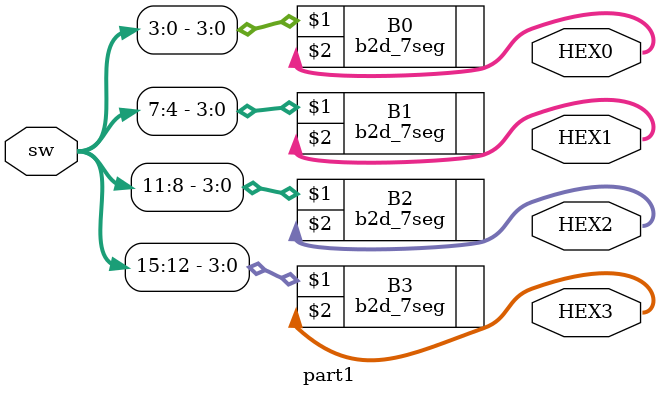
<source format=v>
module part1 (sw, HEX0,HEX1,HEX2,HEX3);
		
		input [17:0]sw;
		output [0:6] HEX0,HEX1,HEX2,HEX3;
		
		b2d_7seg B0 (sw[3:0], HEX0);
		b2d_7seg B1 (sw[7:4], HEX1);
		b2d_7seg B2 (sw[11:8], HEX2);
		b2d_7seg B3 (sw[15:12], HEX3);
		
		
endmodule 
</source>
